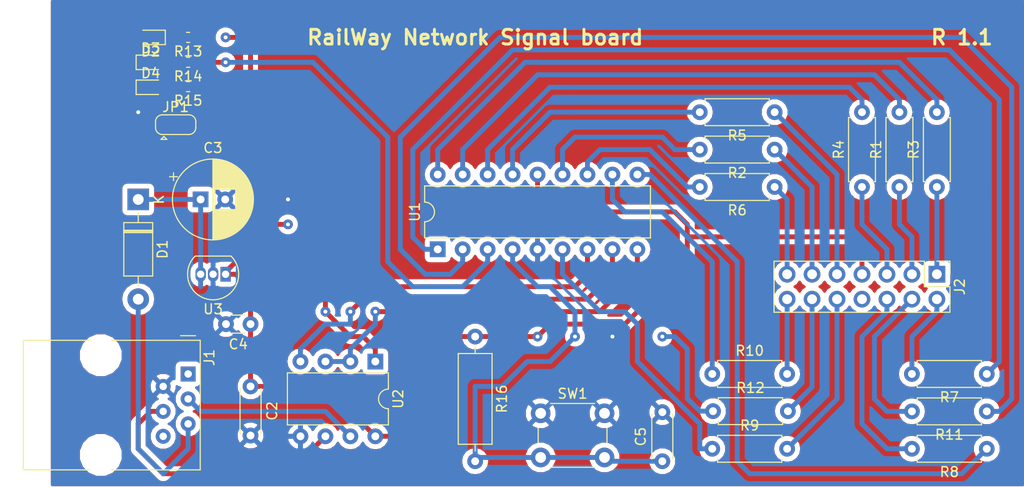
<source format=kicad_pcb>
(kicad_pcb (version 20171130) (host pcbnew 5.0.1-33cea8e~67~ubuntu18.04.1)
  (layers (0 F.Cu signal) (31 B.Cu signal) (34 B.Paste user) (35 F.Paste user) (36 B.SilkS user) (37 F.SilkS user) (38 B.Mask user) (39 F.Mask user) (44 Edge.Cuts user))
  (net 0 "")
  (net 1 VCC)
  (net 2 GND)
  (net 3 +12V)
  (net 4 "Net-(D1-Pad2)")
  (net 5 "Net-(J1-Pad6)")
  (net 6 /RS485Block/A)
  (net 7 /RS485Block/B)
  (net 8 "Net-(J1-Pad1)")
  (net 9 /RS485Block/RX)
  (net 10 /RS485Block/TX)
  (net 11 /RS485Block/RWRS)
  (net 12 /rwnResetBlock/RESET)
  (net 13 "Net-(D2-Pad1)")
  (net 14 "Net-(D3-Pad2)")
  (net 15 "Net-(D4-Pad2)")
  (net 16 "Net-(J2-Pad1)")
  (net 17 "Net-(J2-Pad2)")
  (net 18 "Net-(J2-Pad3)")
  (net 19 "Net-(J2-Pad4)")
  (net 20 "Net-(J2-Pad5)")
  (net 21 "Net-(J2-Pad6)")
  (net 22 "Net-(J2-Pad8)")
  (net 23 "Net-(J2-Pad9)")
  (net 24 "Net-(J2-Pad10)")
  (net 25 "Net-(J2-Pad11)")
  (net 26 "Net-(J2-Pad12)")
  (net 27 "Net-(J2-Pad13)")
  (net 28 "Net-(J2-Pad14)")
  (net 29 /rwnSLIBlock/STATUS0)
  (net 30 "Net-(JP1-Pad2)")
  (net 31 /OE)
  (net 32 /ID1)
  (net 33 /RR)
  (net 34 /VL)
  (net 35 /MA)
  (net 36 /ID2)
  (net 37 /R)
  (net 38 /S)
  (net 39 /C-CV)
  (net 40 /ID3)
  (net 41 /AV)
  (net 42 /Opt)
  (module Capacitor_THT:C_Disc_D4.3mm_W1.9mm_P5.00mm (layer F.Cu) (at 124.46 119.38 270)
    (fp_text reference C2 (at 2.5 -2.2 270) (layer F.SilkS))
    (fp_text value 100nF)
    (pad 1 thru_hole circle (at 0 0 270) (size 1.6 1.6) (drill 0.8) (layers *.Cu *.Mask) (net 1 VCC))
    (pad 2 thru_hole circle (at 5 0 270) (size 1.6 1.6) (drill 0.8) (layers *.Cu *.Mask) (net 2 GND))
  )
  (module Capacitor_THT:CP_Radial_D8.0mm_P2.50mm (layer F.Cu) (at 119.38 100.33)
    (fp_text reference C3 (at 1.25 -5.25) (layer F.SilkS))
    (fp_text value 10µF)
    (pad 1 thru_hole rect (at 0 0) (size 1.6 1.6) (drill 0.8) (layers *.Cu *.Mask) (net 3 +12V))
    (pad 2 thru_hole circle (at 2.5 0) (size 1.6 1.6) (drill 0.8) (layers *.Cu *.Mask) (net 2 GND))
  )
  (module Capacitor_THT:C_Disc_D3.0mm_W1.6mm_P2.50mm (layer F.Cu) (at 124.46 113.03 180)
    (fp_text reference C4 (at 1.25 -2.05 180) (layer F.SilkS))
    (fp_text value 1µf)
    (pad 1 thru_hole circle (at 0 0 180) (size 1.6 1.6) (drill 0.8) (layers *.Cu *.Mask) (net 1 VCC))
    (pad 2 thru_hole circle (at 2.5 0 180) (size 1.6 1.6) (drill 0.8) (layers *.Cu *.Mask) (net 2 GND))
  )
  (module Diode_THT:D_DO-41_SOD81_P10.16mm_Horizontal (layer F.Cu) (at 113.03 100.33 270)
    (fp_text reference D1 (at 5.08 -2.47 270) (layer F.SilkS))
    (fp_text value 1N4001)
    (fp_text user K (at 0 -2.1 270) (layer F.SilkS))
    (pad 1 thru_hole rect (at 0 0 270) (size 2.2 2.2) (drill 1.1) (layers *.Cu *.Mask) (net 3 +12V))
    (pad 2 thru_hole oval (at 10.16 0 270) (size 2.2 2.2) (drill 1.1) (layers *.Cu *.Mask) (net 4 "Net-(D1-Pad2)"))
  )
  (module Connector_RJ:RJ12_Amphenol_54601 (layer F.Cu) (at 118.11 118.11 270)
    (fp_text reference J1 (at -1.67 -2.16 270) (layer F.SilkS))
    (fp_text value RJ12)
    (pad "" np_thru_hole circle (at 8.25 8.89 270) (size 3.25 3.25) (drill 3.25) (layers *.Cu *.Mask))
    (pad 6 thru_hole circle (at 6.35 2.54 270) (size 1.52 1.52) (drill 0.76) (layers *.Cu *.Mask) (net 5 "Net-(J1-Pad6)"))
    (pad 5 thru_hole circle (at 5.08 0 270) (size 1.52 1.52) (drill 0.76) (layers *.Cu *.Mask) (net 4 "Net-(D1-Pad2)"))
    (pad 4 thru_hole circle (at 3.81 2.54 270) (size 1.52 1.52) (drill 0.76) (layers *.Cu *.Mask) (net 6 /RS485Block/A))
    (pad 3 thru_hole circle (at 2.54 0 270) (size 1.52 1.52) (drill 0.76) (layers *.Cu *.Mask) (net 7 /RS485Block/B))
    (pad 2 thru_hole circle (at 1.27 2.54 270) (size 1.52 1.52) (drill 0.76) (layers *.Cu *.Mask) (net 2 GND))
    (pad "" np_thru_hole circle (at -1.91 8.89 270) (size 3.25 3.25) (drill 3.25) (layers *.Cu *.Mask))
    (pad 1 thru_hole rect (at 0 0 270) (size 1.52 1.52) (drill 0.76) (layers *.Cu *.Mask) (net 8 "Net-(J1-Pad1)"))
  )
  (module Package_DIP:DIP-18_W7.62mm (layer F.Cu) (at 143.51 105.41 90)
    (fp_text reference U1 (at 3.81 -2.33 90) (layer F.SilkS))
    (fp_text value PIC16F628A-IP)
    (pad 1 thru_hole rect (at 0 0 90) (size 1.6 1.6) (drill 0.8) (layers *.Cu *.Mask) (net 37 /R))
    (pad 10 thru_hole oval (at 7.62 20.32 90) (size 1.6 1.6) (drill 0.8) (layers *.Cu *.Mask) (net 38 /S))
    (pad 2 thru_hole oval (at 0 2.54 90) (size 1.6 1.6) (drill 0.8) (layers *.Cu *.Mask) (net 41 /AV))
    (pad 11 thru_hole oval (at 7.62 17.78 90) (size 1.6 1.6) (drill 0.8) (layers *.Cu *.Mask) (net 40 /ID3))
    (pad 3 thru_hole oval (at 0 5.08 90) (size 1.6 1.6) (drill 0.8) (layers *.Cu *.Mask) (net 29 /rwnSLIBlock/STATUS0))
    (pad 12 thru_hole oval (at 7.62 15.24 90) (size 1.6 1.6) (drill 0.8) (layers *.Cu *.Mask) (net 36 /ID2))
    (pad 4 thru_hole oval (at 0 7.62 90) (size 1.6 1.6) (drill 0.8) (layers *.Cu *.Mask) (net 12 /rwnResetBlock/RESET))
    (pad 13 thru_hole oval (at 7.62 12.7 90) (size 1.6 1.6) (drill 0.8) (layers *.Cu *.Mask) (net 32 /ID1))
    (pad 5 thru_hole oval (at 0 10.16 90) (size 1.6 1.6) (drill 0.8) (layers *.Cu *.Mask) (net 2 GND))
    (pad 14 thru_hole oval (at 7.62 10.16 90) (size 1.6 1.6) (drill 0.8) (layers *.Cu *.Mask) (net 1 VCC))
    (pad 6 thru_hole oval (at 0 12.7 90) (size 1.6 1.6) (drill 0.8) (layers *.Cu *.Mask) (net 39 /C-CV))
    (pad 15 thru_hole oval (at 7.62 7.62 90) (size 1.6 1.6) (drill 0.8) (layers *.Cu *.Mask) (net 35 /MA))
    (pad 7 thru_hole oval (at 0 15.24 90) (size 1.6 1.6) (drill 0.8) (layers *.Cu *.Mask) (net 9 /RS485Block/RX))
    (pad 16 thru_hole oval (at 7.62 5.08 90) (size 1.6 1.6) (drill 0.8) (layers *.Cu *.Mask) (net 34 /VL))
    (pad 8 thru_hole oval (at 0 17.78 90) (size 1.6 1.6) (drill 0.8) (layers *.Cu *.Mask) (net 10 /RS485Block/TX))
    (pad 17 thru_hole oval (at 7.62 2.54 90) (size 1.6 1.6) (drill 0.8) (layers *.Cu *.Mask) (net 31 /OE))
    (pad 9 thru_hole oval (at 0 20.32 90) (size 1.6 1.6) (drill 0.8) (layers *.Cu *.Mask) (net 11 /RS485Block/RWRS))
    (pad 18 thru_hole oval (at 7.62 0 90) (size 1.6 1.6) (drill 0.8) (layers *.Cu *.Mask) (net 33 /RR))
  )
  (module Package_DIP:DIP-8_W7.62mm (layer F.Cu) (at 137.16 116.84 270)
    (fp_text reference U2 (at 3.81 -2.33 270) (layer F.SilkS))
    (fp_text value MAX3483)
    (pad 1 thru_hole rect (at 0 0 270) (size 1.6 1.6) (drill 0.8) (layers *.Cu *.Mask) (net 9 /RS485Block/RX))
    (pad 5 thru_hole oval (at 7.62 7.62 270) (size 1.6 1.6) (drill 0.8) (layers *.Cu *.Mask) (net 2 GND))
    (pad 2 thru_hole oval (at 0 2.54 270) (size 1.6 1.6) (drill 0.8) (layers *.Cu *.Mask) (net 11 /RS485Block/RWRS))
    (pad 6 thru_hole oval (at 7.62 5.08 270) (size 1.6 1.6) (drill 0.8) (layers *.Cu *.Mask) (net 6 /RS485Block/A))
    (pad 3 thru_hole oval (at 0 5.08 270) (size 1.6 1.6) (drill 0.8) (layers *.Cu *.Mask) (net 11 /RS485Block/RWRS))
    (pad 7 thru_hole oval (at 7.62 2.54 270) (size 1.6 1.6) (drill 0.8) (layers *.Cu *.Mask) (net 7 /RS485Block/B))
    (pad 4 thru_hole oval (at 0 7.62 270) (size 1.6 1.6) (drill 0.8) (layers *.Cu *.Mask) (net 10 /RS485Block/TX))
    (pad 8 thru_hole oval (at 7.62 0 270) (size 1.6 1.6) (drill 0.8) (layers *.Cu *.Mask) (net 1 VCC))
  )
  (module Package_TO_SOT_THT:TO-92_Inline (layer F.Cu) (at 121.92 107.95 180)
    (fp_text reference U3 (at 1.27 -3.56 180) (layer F.SilkS))
    (fp_text value LM78L05_TO92)
    (pad 2 thru_hole oval (at 1.27 0 180) (size 1.05 1.5) (drill 0.75) (layers *.Cu *.Mask) (net 2 GND))
    (pad 3 thru_hole oval (at 2.54 0 180) (size 1.05 1.5) (drill 0.75) (layers *.Cu *.Mask) (net 3 +12V))
    (pad 1 thru_hole rect (at 0 0 180) (size 1.05 1.5) (drill 0.75) (layers *.Cu *.Mask) (net 1 VCC))
  )
  (module Capacitor_THT:C_Disc_D4.3mm_W1.9mm_P5.00mm (layer F.Cu) (at 166.37 127 90)
    (fp_text reference C5 (at 2.5 -2.2 90) (layer F.SilkS))
    (fp_text value 100nF)
    (pad 1 thru_hole circle (at 0 0 90) (size 1.6 1.6) (drill 0.8) (layers *.Cu *.Mask) (net 12 /rwnResetBlock/RESET))
    (pad 2 thru_hole circle (at 5 0 90) (size 1.6 1.6) (drill 0.8) (layers *.Cu *.Mask) (net 2 GND))
  )
  (module LED_SMD:LED_0603_1608Metric (layer F.Cu) (at 114.3 83.82 180)
    (fp_text reference D2 (at 0 -1.43 180) (layer F.SilkS))
    (fp_text value "Green LED")
    (pad 1 smd roundrect (at -0.7875 0 180) (size 0.875 0.95) (layers F.Cu F.Paste F.Mask) (net 13 "Net-(D2-Pad1)"))
    (pad 2 smd roundrect (at 0.7875 0 180) (size 0.875 0.95) (layers F.Cu F.Paste F.Mask) (net 2 GND))
  )
  (module LED_SMD:LED_0603_1608Metric (layer F.Cu) (at 114.3 86.36)
    (fp_text reference D3 (at 0 -1.43) (layer F.SilkS))
    (fp_text value "Yellow LED")
    (pad 1 smd roundrect (at -0.7875 0) (size 0.875 0.95) (layers F.Cu F.Paste F.Mask) (net 2 GND))
    (pad 2 smd roundrect (at 0.7875 0) (size 0.875 0.95) (layers F.Cu F.Paste F.Mask) (net 14 "Net-(D3-Pad2)"))
  )
  (module LED_SMD:LED_0603_1608Metric (layer F.Cu) (at 114.3 88.9)
    (fp_text reference D4 (at 0 -1.43) (layer F.SilkS))
    (fp_text value "Red LED")
    (pad 2 smd roundrect (at 0.7875 0) (size 0.875 0.95) (layers F.Cu F.Paste F.Mask) (net 15 "Net-(D4-Pad2)"))
    (pad 1 smd roundrect (at -0.7875 0) (size 0.875 0.95) (layers F.Cu F.Paste F.Mask) (net 2 GND))
  )
  (module Connector_PinHeader_2.54mm:PinHeader_2x07_P2.54mm_Vertical (layer F.Cu) (at 194.31 107.95 270)
    (fp_text reference J2 (at 1.27 -2.33 270) (layer F.SilkS))
    (fp_text value Conn_02x07_Odd_Even)
    (pad 1 thru_hole rect (at 0 0 270) (size 1.7 1.7) (drill 1) (layers *.Cu *.Mask) (net 16 "Net-(J2-Pad1)"))
    (pad 2 thru_hole oval (at 2.54 0 270) (size 1.7 1.7) (drill 1) (layers *.Cu *.Mask) (net 17 "Net-(J2-Pad2)"))
    (pad 3 thru_hole oval (at 0 2.54 270) (size 1.7 1.7) (drill 1) (layers *.Cu *.Mask) (net 18 "Net-(J2-Pad3)"))
    (pad 4 thru_hole oval (at 2.54 2.54 270) (size 1.7 1.7) (drill 1) (layers *.Cu *.Mask) (net 19 "Net-(J2-Pad4)"))
    (pad 5 thru_hole oval (at 0 5.08 270) (size 1.7 1.7) (drill 1) (layers *.Cu *.Mask) (net 20 "Net-(J2-Pad5)"))
    (pad 6 thru_hole oval (at 2.54 5.08 270) (size 1.7 1.7) (drill 1) (layers *.Cu *.Mask) (net 21 "Net-(J2-Pad6)"))
    (pad 7 thru_hole oval (at 0 7.62 270) (size 1.7 1.7) (drill 1) (layers *.Cu *.Mask) (net 1 VCC))
    (pad 8 thru_hole oval (at 2.54 7.62 270) (size 1.7 1.7) (drill 1) (layers *.Cu *.Mask) (net 22 "Net-(J2-Pad8)"))
    (pad 9 thru_hole oval (at 0 10.16 270) (size 1.7 1.7) (drill 1) (layers *.Cu *.Mask) (net 23 "Net-(J2-Pad9)"))
    (pad 10 thru_hole oval (at 2.54 10.16 270) (size 1.7 1.7) (drill 1) (layers *.Cu *.Mask) (net 24 "Net-(J2-Pad10)"))
    (pad 11 thru_hole oval (at 0 12.7 270) (size 1.7 1.7) (drill 1) (layers *.Cu *.Mask) (net 25 "Net-(J2-Pad11)"))
    (pad 12 thru_hole oval (at 2.54 12.7 270) (size 1.7 1.7) (drill 1) (layers *.Cu *.Mask) (net 26 "Net-(J2-Pad12)"))
    (pad 13 thru_hole oval (at 0 15.24 270) (size 1.7 1.7) (drill 1) (layers *.Cu *.Mask) (net 27 "Net-(J2-Pad13)"))
    (pad 14 thru_hole oval (at 2.54 15.24 270) (size 1.7 1.7) (drill 1) (layers *.Cu *.Mask) (net 28 "Net-(J2-Pad14)"))
  )
  (module Jumper:SolderJumper-3_P1.3mm_Bridged12_RoundedPad1.0x1.5mm (layer F.Cu) (at 116.84 92.71)
    (fp_text reference JP1 (at 0 -1.8) (layer F.SilkS))
    (fp_text value SolderJumper_3_Open)
    (pad 1 smd custom (at -1.3 0) (size 1 0.5) (layers F.Cu F.Mask) (net 2 GND) (options (clearance outline) (anchor rect)) (primitives (gr_circle (center 0 0.25) (end 0.5 0.25) (width 0)) (gr_circle (center 0 -0.25) (end 0.5 -0.25) (width 0)) (gr_poly (pts (xy 0.55 -0.75) (xy 0 -0.75) (xy 0 0.75) (xy 0.55 0.75)) (width 0)) (gr_poly (pts (xy 0.4 -0.3) (xy 0.9 -0.3) (xy 0.9 0.3) (xy 0.4 0.3)) (width 0))))
    (pad 3 smd custom (at 1.3 0) (size 1 0.5) (layers F.Cu F.Mask) (net 29 /rwnSLIBlock/STATUS0) (options (clearance outline) (anchor rect)) (primitives (gr_circle (center 0 0.25) (end 0.5 0.25) (width 0)) (gr_circle (center 0 -0.25) (end 0.5 -0.25) (width 0)) (gr_poly (pts (xy -0.55 -0.75) (xy 0 -0.75) (xy 0 0.75) (xy -0.55 0.75)) (width 0))))
    (pad 2 smd rect (at 0 0) (size 1 1.5) (layers F.Cu F.Mask) (net 30 "Net-(JP1-Pad2)"))
  )
  (module Resistor_THT:R_Axial_DIN0207_L6.3mm_D2.5mm_P7.62mm_Horizontal (layer F.Cu) (at 190.5 99.06 90)
    (fp_text reference R1 (at 3.81 -2.37 90) (layer F.SilkS))
    (fp_text value R)
    (pad 2 thru_hole oval (at 7.62 0 90) (size 1.6 1.6) (drill 0.8) (layers *.Cu *.Mask) (net 31 /OE))
    (pad 1 thru_hole circle (at 0 0 90) (size 1.6 1.6) (drill 0.8) (layers *.Cu *.Mask) (net 18 "Net-(J2-Pad3)"))
  )
  (module Resistor_THT:R_Axial_DIN0207_L6.3mm_D2.5mm_P7.62mm_Horizontal (layer F.Cu) (at 177.8 95.25 180)
    (fp_text reference R2 (at 3.81 -2.37 180) (layer F.SilkS))
    (fp_text value R)
    (pad 1 thru_hole circle (at 0 0 180) (size 1.6 1.6) (drill 0.8) (layers *.Cu *.Mask) (net 25 "Net-(J2-Pad11)"))
    (pad 2 thru_hole oval (at 7.62 0 180) (size 1.6 1.6) (drill 0.8) (layers *.Cu *.Mask) (net 32 /ID1))
  )
  (module Resistor_THT:R_Axial_DIN0207_L6.3mm_D2.5mm_P7.62mm_Horizontal (layer F.Cu) (at 194.31 99.06 90)
    (fp_text reference R3 (at 3.81 -2.37 90) (layer F.SilkS))
    (fp_text value R)
    (pad 1 thru_hole circle (at 0 0 90) (size 1.6 1.6) (drill 0.8) (layers *.Cu *.Mask) (net 16 "Net-(J2-Pad1)"))
    (pad 2 thru_hole oval (at 7.62 0 90) (size 1.6 1.6) (drill 0.8) (layers *.Cu *.Mask) (net 33 /RR))
  )
  (module Resistor_THT:R_Axial_DIN0207_L6.3mm_D2.5mm_P7.62mm_Horizontal (layer F.Cu) (at 186.69 99.06 90)
    (fp_text reference R4 (at 3.81 -2.37 90) (layer F.SilkS))
    (fp_text value R)
    (pad 1 thru_hole circle (at 0 0 90) (size 1.6 1.6) (drill 0.8) (layers *.Cu *.Mask) (net 20 "Net-(J2-Pad5)"))
    (pad 2 thru_hole oval (at 7.62 0 90) (size 1.6 1.6) (drill 0.8) (layers *.Cu *.Mask) (net 34 /VL))
  )
  (module Resistor_THT:R_Axial_DIN0207_L6.3mm_D2.5mm_P7.62mm_Horizontal (layer F.Cu) (at 177.8 91.44 180)
    (fp_text reference R5 (at 3.81 -2.37 180) (layer F.SilkS))
    (fp_text value R)
    (pad 2 thru_hole oval (at 7.62 0 180) (size 1.6 1.6) (drill 0.8) (layers *.Cu *.Mask) (net 35 /MA))
    (pad 1 thru_hole circle (at 0 0 180) (size 1.6 1.6) (drill 0.8) (layers *.Cu *.Mask) (net 23 "Net-(J2-Pad9)"))
  )
  (module Resistor_THT:R_Axial_DIN0207_L6.3mm_D2.5mm_P7.62mm_Horizontal (layer F.Cu) (at 177.8 99.06 180)
    (fp_text reference R6 (at 3.81 -2.37 180) (layer F.SilkS))
    (fp_text value R)
    (pad 2 thru_hole oval (at 7.62 0 180) (size 1.6 1.6) (drill 0.8) (layers *.Cu *.Mask) (net 36 /ID2))
    (pad 1 thru_hole circle (at 0 0 180) (size 1.6 1.6) (drill 0.8) (layers *.Cu *.Mask) (net 27 "Net-(J2-Pad13)"))
  )
  (module Resistor_THT:R_Axial_DIN0207_L6.3mm_D2.5mm_P7.62mm_Horizontal (layer F.Cu) (at 199.39 118.11 180)
    (fp_text reference R7 (at 3.81 -2.37 180) (layer F.SilkS))
    (fp_text value R)
    (pad 1 thru_hole circle (at 0 0 180) (size 1.6 1.6) (drill 0.8) (layers *.Cu *.Mask) (net 37 /R))
    (pad 2 thru_hole oval (at 7.62 0 180) (size 1.6 1.6) (drill 0.8) (layers *.Cu *.Mask) (net 17 "Net-(J2-Pad2)"))
  )
  (module Resistor_THT:R_Axial_DIN0207_L6.3mm_D2.5mm_P7.62mm_Horizontal (layer F.Cu) (at 199.39 125.73 180)
    (fp_text reference R8 (at 3.81 -2.37 180) (layer F.SilkS))
    (fp_text value R)
    (pad 1 thru_hole circle (at 0 0 180) (size 1.6 1.6) (drill 0.8) (layers *.Cu *.Mask) (net 38 /S))
    (pad 2 thru_hole oval (at 7.62 0 180) (size 1.6 1.6) (drill 0.8) (layers *.Cu *.Mask) (net 21 "Net-(J2-Pad6)"))
  )
  (module Resistor_THT:R_Axial_DIN0207_L6.3mm_D2.5mm_P7.62mm_Horizontal (layer F.Cu) (at 171.45 125.73)
    (fp_text reference R9 (at 3.81 -2.37) (layer F.SilkS))
    (fp_text value R)
    (pad 2 thru_hole oval (at 7.62 0) (size 1.6 1.6) (drill 0.8) (layers *.Cu *.Mask) (net 24 "Net-(J2-Pad10)"))
    (pad 1 thru_hole circle (at 0 0) (size 1.6 1.6) (drill 0.8) (layers *.Cu *.Mask) (net 39 /C-CV))
  )
  (module Resistor_THT:R_Axial_DIN0207_L6.3mm_D2.5mm_P7.62mm_Horizontal (layer F.Cu) (at 171.45 118.11)
    (fp_text reference R10 (at 3.81 -2.37) (layer F.SilkS))
    (fp_text value R)
    (pad 1 thru_hole circle (at 0 0) (size 1.6 1.6) (drill 0.8) (layers *.Cu *.Mask) (net 40 /ID3))
    (pad 2 thru_hole oval (at 7.62 0) (size 1.6 1.6) (drill 0.8) (layers *.Cu *.Mask) (net 28 "Net-(J2-Pad14)"))
  )
  (module Resistor_THT:R_Axial_DIN0207_L6.3mm_D2.5mm_P7.62mm_Horizontal (layer F.Cu) (at 199.39 121.92 180)
    (fp_text reference R11 (at 3.81 -2.37 180) (layer F.SilkS))
    (fp_text value R)
    (pad 2 thru_hole oval (at 7.62 0 180) (size 1.6 1.6) (drill 0.8) (layers *.Cu *.Mask) (net 19 "Net-(J2-Pad4)"))
    (pad 1 thru_hole circle (at 0 0 180) (size 1.6 1.6) (drill 0.8) (layers *.Cu *.Mask) (net 41 /AV))
  )
  (module Resistor_THT:R_Axial_DIN0207_L6.3mm_D2.5mm_P7.62mm_Horizontal (layer F.Cu) (at 171.527904 121.897146)
    (fp_text reference R12 (at 3.81 -2.37) (layer F.SilkS))
    (fp_text value R)
    (pad 2 thru_hole oval (at 7.62 0) (size 1.6 1.6) (drill 0.8) (layers *.Cu *.Mask) (net 26 "Net-(J2-Pad12)"))
    (pad 1 thru_hole circle (at 0 0) (size 1.6 1.6) (drill 0.8) (layers *.Cu *.Mask) (net 42 /Opt))
  )
  (module Resistor_SMD:R_0603_1608Metric (layer F.Cu) (at 118.11 83.82 180)
    (fp_text reference R13 (at 0 -1.43 180) (layer F.SilkS))
    (fp_text value 103)
    (pad 2 smd roundrect (at 0.7875 0 180) (size 0.875 0.95) (layers F.Cu F.Paste F.Mask) (net 13 "Net-(D2-Pad1)"))
    (pad 1 smd roundrect (at -0.7875 0 180) (size 0.875 0.95) (layers F.Cu F.Paste F.Mask) (net 30 "Net-(JP1-Pad2)"))
  )
  (module Resistor_SMD:R_0603_1608Metric (layer F.Cu) (at 118.11 86.36 180)
    (fp_text reference R14 (at 0 -1.43 180) (layer F.SilkS))
    (fp_text value 103)
    (pad 1 smd roundrect (at -0.7875 0 180) (size 0.875 0.95) (layers F.Cu F.Paste F.Mask) (net 29 /rwnSLIBlock/STATUS0))
    (pad 2 smd roundrect (at 0.7875 0 180) (size 0.875 0.95) (layers F.Cu F.Paste F.Mask) (net 14 "Net-(D3-Pad2)"))
  )
  (module Resistor_SMD:R_0603_1608Metric (layer F.Cu) (at 118.11 88.835001 180)
    (fp_text reference R15 (at 0 -1.43 180) (layer F.SilkS))
    (fp_text value 103)
    (pad 1 smd roundrect (at -0.7875 0 180) (size 0.875 0.95) (layers F.Cu F.Paste F.Mask) (net 29 /rwnSLIBlock/STATUS0))
    (pad 2 smd roundrect (at 0.7875 0 180) (size 0.875 0.95) (layers F.Cu F.Paste F.Mask) (net 15 "Net-(D4-Pad2)"))
  )
  (module Resistor_THT:R_Axial_DIN0309_L9.0mm_D3.2mm_P12.70mm_Horizontal (layer F.Cu) (at 147.32 114.3 270)
    (fp_text reference R16 (at 6.35 -2.72 270) (layer F.SilkS))
    (fp_text value 10k)
    (pad 1 thru_hole circle (at 0 0 270) (size 1.6 1.6) (drill 0.8) (layers *.Cu *.Mask) (net 1 VCC))
    (pad 2 thru_hole oval (at 12.7 0 270) (size 1.6 1.6) (drill 0.8) (layers *.Cu *.Mask) (net 12 /rwnResetBlock/RESET))
  )
  (module Button_Switch_THT:SW_PUSH_6mm (layer F.Cu) (at 153.985001 122.115001)
    (fp_text reference SW1 (at 3.25 -2) (layer F.SilkS))
    (fp_text value SW_Push)
    (pad 2 thru_hole circle (at 0 4.5 90) (size 2 2) (drill 1.1) (layers *.Cu *.Mask) (net 12 /rwnResetBlock/RESET))
    (pad 1 thru_hole circle (at 0 0 90) (size 2 2) (drill 1.1) (layers *.Cu *.Mask) (net 2 GND))
    (pad 2 thru_hole circle (at 6.5 4.5 90) (size 2 2) (drill 1.1) (layers *.Cu *.Mask) (net 12 /rwnResetBlock/RESET))
    (pad 1 thru_hole circle (at 6.5 0 90) (size 2 2) (drill 1.1) (layers *.Cu *.Mask) (net 2 GND))
  )
  (gr_text "R 1.1" (at 196.85 83.82) (layer F.SilkS) (effects (font (size 1.5 1.5) (thickness 0.3))))
  (gr_text "RailWay Network Signal board" (at 147.32 83.82) (layer F.SilkS) (effects (font (size 1.5 1.5) (thickness 0.3))))
  (via (at 153.67 114.3) (size 1) (drill 0.4) (layers F.Cu B.Cu) (net 1))
  (via (at 121.92 83.82) (size 1) (drill 0.4) (layers F.Cu B.Cu) (net 1))
  (via (at 128.27 102.87) (size 1) (drill 0.4) (layers F.Cu B.Cu) (net 1))
  (segment (start 132.08 119.38) (end 124.46 119.38) (width 0.5) (layer F.Cu) (net 1))
  (segment (start 137.16 124.46) (end 132.08 119.38) (width 0.5) (layer F.Cu) (net 1))
  (segment (start 124.46 119.38) (end 124.46 113.03) (width 0.5) (layer F.Cu) (net 1))
  (segment (start 124.46 113.03) (end 124.46 109.465) (width 0.5) (layer F.Cu) (net 1))
  (segment (start 122.945 107.95) (end 121.92 107.95) (width 0.5) (layer F.Cu) (net 1))
  (segment (start 124.46 109.465) (end 122.945 107.95) (width 0.5) (layer F.Cu) (net 1))
  (segment (start 121.92 107.725) (end 121.92 107.95) (width 0.5) (layer F.Cu) (net 1))
  (segment (start 126.775 102.87) (end 121.92 107.725) (width 0.5) (layer F.Cu) (net 1))
  (segment (start 128.27 102.87) (end 126.775 102.87) (width 0.5) (layer F.Cu) (net 1))
  (segment (start 153.67 114.3) (end 147.32 114.3) (width 0.5) (layer F.Cu) (net 1))
  (segment (start 126.775 102.87) (end 126.775 101.375) (width 0.5) (layer F.Cu) (net 1))
  (segment (start 126.775 101.375) (end 124.46 99.06) (width 0.5) (layer F.Cu) (net 1))
  (segment (start 124.46 99.06) (end 124.46 85.09) (width 0.5) (layer F.Cu) (net 1))
  (segment (start 124.46 85.09) (end 123.19 83.82) (width 0.5) (layer F.Cu) (net 1))
  (segment (start 123.19 83.82) (end 121.92 83.82) (width 0.5) (layer F.Cu) (net 1))
  (segment (start 137.16 124.46) (end 139.7 124.46) (width 0.5) (layer F.Cu) (net 1))
  (segment (start 139.7 124.46) (end 140.97 123.19) (width 0.5) (layer F.Cu) (net 1))
  (segment (start 140.97 123.19) (end 140.97 116.84) (width 0.5) (layer F.Cu) (net 1))
  (segment (start 140.97 116.84) (end 143.51 114.3) (width 0.5) (layer F.Cu) (net 1))
  (segment (start 143.51 114.3) (end 147.32 114.3) (width 0.5) (layer F.Cu) (net 1))
  (segment (start 153.67 100.33) (end 153.67 97.79) (width 0.5) (layer F.Cu) (net 1))
  (segment (start 154.94 101.6) (end 153.67 100.33) (width 0.5) (layer F.Cu) (net 1))
  (segment (start 154.94 113.03) (end 162.56 113.03) (width 0.5) (layer F.Cu) (net 1))
  (segment (start 162.56 113.03) (end 168.91 106.68) (width 0.5) (layer F.Cu) (net 1))
  (segment (start 153.67 114.3) (end 154.94 113.03) (width 0.5) (layer F.Cu) (net 1))
  (segment (start 167.64 101.6) (end 154.94 101.6) (width 0.5) (layer F.Cu) (net 1))
  (segment (start 168.91 102.87) (end 167.64 101.6) (width 0.5) (layer F.Cu) (net 1))
  (segment (start 186.69 107.95) (end 186.69 105.41) (width 0.5) (layer F.Cu) (net 1))
  (segment (start 186.69 105.41) (end 185.42 104.14) (width 0.5) (layer F.Cu) (net 1))
  (segment (start 185.42 104.14) (end 168.91 104.14) (width 0.5) (layer F.Cu) (net 1))
  (segment (start 168.91 106.68) (end 168.91 104.14) (width 0.5) (layer F.Cu) (net 1))
  (segment (start 168.91 104.14) (end 168.91 102.87) (width 0.5) (layer F.Cu) (net 1))
  (via (at 161.29 114.3) (size 1) (drill 0.4) (layers F.Cu B.Cu) (net 2))
  (via (at 113.03 91.44) (size 1) (drill 0.4) (layers F.Cu B.Cu) (net 2))
  (via (at 128.27 100.33) (size 1) (drill 0.4) (layers F.Cu B.Cu) (net 2))
  (segment (start 121.92 105.43) (end 121.88 105.39) (width 0.5) (layer B.Cu) (net 2))
  (segment (start 114.3 92.71) (end 113.03 91.44) (width 0.5) (layer F.Cu) (net 2))
  (segment (start 115.54 92.71) (end 114.3 92.71) (width 0.5) (layer F.Cu) (net 2))
  (segment (start 113.03 89.3825) (end 113.5125 88.9) (width 0.5) (layer F.Cu) (net 2))
  (segment (start 113.03 91.44) (end 113.03 89.3825) (width 0.5) (layer F.Cu) (net 2))
  (segment (start 113.5125 83.82) (end 113.5125 86.36) (width 0.5) (layer F.Cu) (net 2))
  (segment (start 118.08 100.33) (end 113.03 100.33) (width 0.5) (layer B.Cu) (net 3))
  (segment (start 119.38 100.33) (end 118.08 100.33) (width 0.5) (layer B.Cu) (net 3))
  (segment (start 119.38 100.33) (end 119.38 109.22) (width 0.5) (layer B.Cu) (net 3))
  (segment (start 118.11 123.19) (end 118.11 125.73) (width 0.5) (layer B.Cu) (net 4))
  (segment (start 118.11 125.73) (end 115.57 128.27) (width 0.5) (layer B.Cu) (net 4))
  (segment (start 115.57 128.27) (end 113.03 125.73) (width 0.5) (layer B.Cu) (net 4))
  (segment (start 113.03 125.73) (end 113.03 110.49) (width 0.5) (layer B.Cu) (net 4))
  (segment (start 128.27 128.27) (end 132.08 124.46) (width 0.5) (layer F.Cu) (net 6))
  (segment (start 115.57 128.27) (end 128.27 128.27) (width 0.5) (layer F.Cu) (net 6))
  (segment (start 113.03 125.73) (end 115.57 128.27) (width 0.5) (layer F.Cu) (net 6))
  (segment (start 113.03 123.19) (end 113.03 125.73) (width 0.5) (layer F.Cu) (net 6))
  (segment (start 115.57 121.92) (end 114.3 121.92) (width 0.5) (layer F.Cu) (net 6))
  (segment (start 114.3 121.92) (end 113.03 123.19) (width 0.5) (layer F.Cu) (net 6))
  (segment (start 119.38 121.92) (end 118.11 120.65) (width 0.5) (layer B.Cu) (net 7))
  (segment (start 134.62 124.46) (end 132.08 121.92) (width 0.5) (layer B.Cu) (net 7))
  (segment (start 132.08 121.92) (end 119.38 121.92) (width 0.5) (layer B.Cu) (net 7))
  (via (at 132.08 111.76) (size 1) (drill 0.4) (layers F.Cu B.Cu) (net 9))
  (segment (start 137.16 115.54) (end 135.92 114.3) (width 0.5) (layer F.Cu) (net 9))
  (segment (start 137.16 116.84) (end 137.16 115.54) (width 0.5) (layer F.Cu) (net 9))
  (segment (start 134.62 114.3) (end 132.08 111.76) (width 0.5) (layer F.Cu) (net 9))
  (segment (start 135.92 114.3) (end 134.62 114.3) (width 0.5) (layer F.Cu) (net 9))
  (segment (start 158.75 105.41) (end 158.75 107.95) (width 0.5) (layer F.Cu) (net 9))
  (segment (start 158.75 107.95) (end 157.48 109.22) (width 0.5) (layer F.Cu) (net 9))
  (segment (start 157.48 109.22) (end 133.35 109.22) (width 0.5) (layer F.Cu) (net 9))
  (segment (start 133.35 109.22) (end 132.08 110.49) (width 0.5) (layer F.Cu) (net 9))
  (segment (start 132.08 110.49) (end 132.08 111.76) (width 0.5) (layer F.Cu) (net 9))
  (via (at 134.62 111.76) (size 1) (drill 0.4) (layers F.Cu B.Cu) (net 10))
  (segment (start 134.62 111.76) (end 134.62 113.03) (width 0.5) (layer B.Cu) (net 10))
  (segment (start 134.62 113.03) (end 132.08 113.03) (width 0.5) (layer B.Cu) (net 10))
  (segment (start 129.54 115.57) (end 129.54 116.84) (width 0.5) (layer B.Cu) (net 10))
  (segment (start 132.08 113.03) (end 129.54 115.57) (width 0.5) (layer B.Cu) (net 10))
  (segment (start 158.75 110.49) (end 161.29 107.95) (width 0.5) (layer F.Cu) (net 10))
  (segment (start 161.29 107.95) (end 161.29 105.41) (width 0.5) (layer F.Cu) (net 10))
  (segment (start 134.62 111.76) (end 135.89 110.49) (width 0.5) (layer F.Cu) (net 10))
  (segment (start 135.89 110.49) (end 158.75 110.49) (width 0.5) (layer F.Cu) (net 10))
  (via (at 137.16 111.76) (size 1) (drill 0.4) (layers F.Cu B.Cu) (net 11))
  (segment (start 132.08 116.84) (end 134.62 116.84) (width 0.5) (layer B.Cu) (net 11))
  (segment (start 137.16 111.76) (end 137.16 113.03) (width 0.5) (layer B.Cu) (net 11))
  (segment (start 134.62 115.57) (end 134.62 116.84) (width 0.5) (layer B.Cu) (net 11))
  (segment (start 137.16 113.03) (end 134.62 115.57) (width 0.5) (layer B.Cu) (net 11))
  (segment (start 163.83 105.41) (end 163.83 107.95) (width 0.5) (layer F.Cu) (net 11))
  (segment (start 160.02 111.76) (end 137.16 111.76) (width 0.5) (layer F.Cu) (net 11))
  (segment (start 163.83 107.95) (end 160.02 111.76) (width 0.5) (layer F.Cu) (net 11))
  (via (at 157.48 114.3) (size 1) (drill 0.4) (layers F.Cu B.Cu) (net 12))
  (segment (start 160.87 127) (end 160.485001 126.615001) (width 0.5) (layer B.Cu) (net 12))
  (segment (start 166.37 127) (end 160.87 127) (width 0.5) (layer B.Cu) (net 12))
  (segment (start 159.070788 126.615001) (end 153.985001 126.615001) (width 0.5) (layer B.Cu) (net 12))
  (segment (start 160.485001 126.615001) (end 159.070788 126.615001) (width 0.5) (layer B.Cu) (net 12))
  (segment (start 147.704999 126.615001) (end 147.32 127) (width 0.5) (layer B.Cu) (net 12))
  (segment (start 153.985001 126.615001) (end 147.704999 126.615001) (width 0.5) (layer B.Cu) (net 12))
  (segment (start 147.32 127) (end 147.32 119.38) (width 0.5) (layer B.Cu) (net 12))
  (segment (start 150.070002 119.38) (end 152.610002 116.84) (width 0.5) (layer B.Cu) (net 12))
  (segment (start 147.32 119.38) (end 150.070002 119.38) (width 0.5) (layer B.Cu) (net 12))
  (segment (start 154.94 116.84) (end 157.48 114.3) (width 0.5) (layer B.Cu) (net 12))
  (segment (start 152.610002 116.84) (end 154.94 116.84) (width 0.5) (layer B.Cu) (net 12))
  (segment (start 157.48 114.3) (end 157.48 111.76) (width 0.5) (layer B.Cu) (net 12))
  (segment (start 157.48 111.76) (end 154.94 109.22) (width 0.5) (layer B.Cu) (net 12))
  (segment (start 154.94 109.22) (end 153.67 109.22) (width 0.5) (layer B.Cu) (net 12))
  (segment (start 151.13 106.68) (end 151.13 105.41) (width 0.5) (layer B.Cu) (net 12))
  (segment (start 153.67 109.22) (end 151.13 106.68) (width 0.5) (layer B.Cu) (net 12))
  (segment (start 117.3225 83.82) (end 115.0875 83.82) (width 0.5) (layer F.Cu) (net 13))
  (segment (start 117.3225 86.36) (end 115.57 86.36) (width 0.5) (layer F.Cu) (net 14))
  (segment (start 115.0875 86.36) (end 115.57 86.36) (width 0.5) (layer F.Cu) (net 14))
  (segment (start 117.3225 88.835001) (end 115.634999 88.835001) (width 0.5) (layer F.Cu) (net 15))
  (segment (start 115.625 88.9) (end 115.0875 88.9) (width 0.5) (layer F.Cu) (net 15))
  (segment (start 115.634999 88.890001) (end 115.625 88.9) (width 0.5) (layer F.Cu) (net 15))
  (segment (start 115.634999 88.835001) (end 115.634999 88.890001) (width 0.5) (layer F.Cu) (net 15))
  (segment (start 194.31 107.95) (end 194.31 99.06) (width 0.5) (layer B.Cu) (net 16))
  (segment (start 194.31 110.49) (end 194.31 111.76) (width 0.5) (layer B.Cu) (net 17))
  (segment (start 191.77 114.3) (end 191.77 118.11) (width 0.5) (layer B.Cu) (net 17))
  (segment (start 194.31 111.76) (end 191.77 114.3) (width 0.5) (layer B.Cu) (net 17))
  (segment (start 191.77 107.95) (end 191.77 104.14) (width 0.5) (layer B.Cu) (net 18))
  (segment (start 191.77 104.14) (end 190.5 102.87) (width 0.5) (layer B.Cu) (net 18))
  (segment (start 190.5 102.87) (end 190.5 99.06) (width 0.5) (layer B.Cu) (net 18))
  (segment (start 191.77 110.49) (end 187.96 114.3) (width 0.5) (layer B.Cu) (net 19))
  (segment (start 187.96 114.3) (end 187.96 120.65) (width 0.5) (layer B.Cu) (net 19))
  (segment (start 187.96 120.65) (end 189.23 121.92) (width 0.5) (layer B.Cu) (net 19))
  (segment (start 189.23 121.92) (end 191.77 121.92) (width 0.5) (layer B.Cu) (net 19))
  (segment (start 189.23 107.95) (end 189.23 105.41) (width 0.5) (layer B.Cu) (net 20))
  (segment (start 189.23 105.41) (end 186.69 102.87) (width 0.5) (layer B.Cu) (net 20))
  (segment (start 186.69 102.87) (end 186.69 99.06) (width 0.5) (layer B.Cu) (net 20))
  (segment (start 189.23 111.76) (end 189.23 110.49) (width 0.5) (layer B.Cu) (net 21))
  (segment (start 186.69 114.3) (end 189.23 111.76) (width 0.5) (layer B.Cu) (net 21))
  (segment (start 186.69 123.19) (end 186.69 114.3) (width 0.5) (layer B.Cu) (net 21))
  (segment (start 189.23 125.73) (end 186.69 123.19) (width 0.5) (layer B.Cu) (net 21))
  (segment (start 189.23 125.73) (end 191.77 125.73) (width 0.5) (layer B.Cu) (net 21))
  (segment (start 184.15 97.79) (end 177.8 91.44) (width 0.5) (layer B.Cu) (net 23))
  (segment (start 184.15 107.95) (end 184.15 97.79) (width 0.5) (layer B.Cu) (net 23))
  (segment (start 184.15 120.65) (end 179.07 125.73) (width 0.5) (layer B.Cu) (net 24))
  (segment (start 184.15 110.49) (end 184.15 120.65) (width 0.5) (layer B.Cu) (net 24))
  (segment (start 181.61 107.95) (end 181.61 99.06) (width 0.5) (layer B.Cu) (net 25))
  (segment (start 181.61 99.06) (end 177.8 95.25) (width 0.5) (layer B.Cu) (net 25))
  (segment (start 181.61 119.43505) (end 179.147904 121.897146) (width 0.5) (layer B.Cu) (net 26))
  (segment (start 181.61 110.49) (end 181.61 119.43505) (width 0.5) (layer B.Cu) (net 26))
  (segment (start 179.07 100.33) (end 177.8 99.06) (width 0.5) (layer B.Cu) (net 27))
  (segment (start 179.07 107.95) (end 179.07 100.33) (width 0.5) (layer B.Cu) (net 27))
  (segment (start 179.07 110.49) (end 179.07 118.11) (width 0.5) (layer B.Cu) (net 28))
  (via (at 121.92 86.36) (size 1) (drill 0.4) (layers F.Cu B.Cu) (net 29))
  (segment (start 121.92 86.36) (end 118.8975 86.36) (width 0.5) (layer F.Cu) (net 29))
  (segment (start 118.8975 86.36) (end 118.8975 88.835001) (width 0.5) (layer F.Cu) (net 29))
  (segment (start 118.8975 91.9525) (end 118.14 92.71) (width 0.5) (layer F.Cu) (net 29))
  (segment (start 118.8975 88.835001) (end 118.8975 91.9525) (width 0.5) (layer F.Cu) (net 29))
  (segment (start 148.59 105.41) (end 148.59 106.68) (width 0.5) (layer B.Cu) (net 29))
  (segment (start 148.59 106.68) (end 146.05 109.22) (width 0.5) (layer B.Cu) (net 29))
  (segment (start 146.05 109.22) (end 140.97 109.22) (width 0.5) (layer B.Cu) (net 29))
  (segment (start 140.97 109.22) (end 138.43 106.68) (width 0.5) (layer B.Cu) (net 29))
  (segment (start 138.43 106.68) (end 138.43 93.98) (width 0.5) (layer B.Cu) (net 29))
  (segment (start 138.43 93.98) (end 130.81 86.36) (width 0.5) (layer B.Cu) (net 29))
  (segment (start 130.81 86.36) (end 121.92 86.36) (width 0.5) (layer B.Cu) (net 29))
  (segment (start 118.8975 83.82) (end 118.8975 82.0675) (width 0.5) (layer F.Cu) (net 30))
  (segment (start 118.8975 82.0675) (end 118.11 81.28) (width 0.5) (layer F.Cu) (net 30))
  (segment (start 118.11 81.28) (end 113.03 81.28) (width 0.5) (layer F.Cu) (net 30))
  (segment (start 113.03 81.28) (end 110.49 83.82) (width 0.5) (layer F.Cu) (net 30))
  (segment (start 110.49 83.82) (end 110.49 93.98) (width 0.5) (layer F.Cu) (net 30))
  (segment (start 110.49 93.98) (end 111.76 95.25) (width 0.5) (layer F.Cu) (net 30))
  (segment (start 116.94001 93.317112) (end 116.94001 92.71) (width 0.5) (layer F.Cu) (net 30))
  (segment (start 115.007122 95.25) (end 116.94001 93.317112) (width 0.5) (layer F.Cu) (net 30))
  (segment (start 111.76 95.25) (end 115.007122 95.25) (width 0.5) (layer F.Cu) (net 30))
  (segment (start 190.5 90.17) (end 190.5 91.44) (width 0.5) (layer B.Cu) (net 31))
  (segment (start 187.96 87.63) (end 190.5 90.17) (width 0.5) (layer B.Cu) (net 31))
  (segment (start 146.05 97.79) (end 146.05 95.25) (width 0.5) (layer B.Cu) (net 31))
  (segment (start 146.05 95.25) (end 153.67 87.63) (width 0.5) (layer B.Cu) (net 31))
  (segment (start 187.96 87.63) (end 153.67 87.63) (width 0.5) (layer B.Cu) (net 31))
  (segment (start 156.21 95.25) (end 156.21 97.79) (width 0.5) (layer B.Cu) (net 32))
  (segment (start 166.37 93.98) (end 157.48 93.98) (width 0.5) (layer B.Cu) (net 32))
  (segment (start 157.48 93.98) (end 156.21 95.25) (width 0.5) (layer B.Cu) (net 32))
  (segment (start 170.18 95.25) (end 167.64 95.25) (width 0.5) (layer B.Cu) (net 32))
  (segment (start 167.64 95.25) (end 166.37 93.98) (width 0.5) (layer B.Cu) (net 32))
  (segment (start 194.31 91.44) (end 194.31 90.17) (width 0.5) (layer B.Cu) (net 33))
  (segment (start 194.31 90.17) (end 190.5 86.36) (width 0.5) (layer B.Cu) (net 33))
  (segment (start 190.5 86.36) (end 176.53 86.36) (width 0.5) (layer B.Cu) (net 33))
  (segment (start 176.53 86.36) (end 152.4 86.36) (width 0.5) (layer B.Cu) (net 33))
  (segment (start 143.51 97.79) (end 143.51 95.25) (width 0.5) (layer B.Cu) (net 33))
  (segment (start 143.51 95.25) (end 152.4 86.36) (width 0.5) (layer B.Cu) (net 33))
  (segment (start 186.69 91.44) (end 186.69 90.17) (width 0.5) (layer B.Cu) (net 34))
  (segment (start 186.69 90.17) (end 185.42 88.9) (width 0.5) (layer B.Cu) (net 34))
  (segment (start 185.42 88.9) (end 157.48 88.9) (width 0.5) (layer B.Cu) (net 34))
  (segment (start 148.59 97.79) (end 148.59 95.25) (width 0.5) (layer B.Cu) (net 34))
  (segment (start 148.59 95.25) (end 154.94 88.9) (width 0.5) (layer B.Cu) (net 34))
  (segment (start 154.94 88.9) (end 157.48 88.9) (width 0.5) (layer B.Cu) (net 34))
  (segment (start 170.18 91.44) (end 157.48 91.44) (width 0.5) (layer B.Cu) (net 35))
  (segment (start 151.13 97.79) (end 151.13 95.25) (width 0.5) (layer B.Cu) (net 35))
  (segment (start 151.13 95.25) (end 154.94 91.44) (width 0.5) (layer B.Cu) (net 35))
  (segment (start 154.94 91.44) (end 157.48 91.44) (width 0.5) (layer B.Cu) (net 35))
  (segment (start 170.18 99.06) (end 168.91 99.06) (width 0.5) (layer B.Cu) (net 36))
  (segment (start 168.91 99.06) (end 165.1 95.25) (width 0.5) (layer B.Cu) (net 36))
  (segment (start 165.1 95.25) (end 161.29 95.25) (width 0.5) (layer B.Cu) (net 36))
  (segment (start 158.75 97.79) (end 158.75 96.52) (width 0.5) (layer B.Cu) (net 36))
  (segment (start 158.75 96.52) (end 160.02 95.25) (width 0.5) (layer B.Cu) (net 36))
  (segment (start 160.02 95.25) (end 161.29 95.25) (width 0.5) (layer B.Cu) (net 36))
  (segment (start 140.97 104.17) (end 142.21 105.41) (width 0.5) (layer B.Cu) (net 37))
  (segment (start 199.39 118.11) (end 200.66 116.84) (width 0.5) (layer B.Cu) (net 37))
  (segment (start 142.21 105.41) (end 143.51 105.41) (width 0.5) (layer B.Cu) (net 37))
  (segment (start 195.58 85.09) (end 151.13 85.09) (width 0.5) (layer B.Cu) (net 37))
  (segment (start 200.66 116.84) (end 200.66 90.17) (width 0.5) (layer B.Cu) (net 37))
  (segment (start 140.97 95.25) (end 140.97 104.17) (width 0.5) (layer B.Cu) (net 37))
  (segment (start 200.66 90.17) (end 195.58 85.09) (width 0.5) (layer B.Cu) (net 37))
  (segment (start 151.13 85.09) (end 140.97 95.25) (width 0.5) (layer B.Cu) (net 37))
  (segment (start 175.26 128.27) (end 196.85 128.27) (width 0.5) (layer B.Cu) (net 38))
  (segment (start 173.99 127) (end 175.26 128.27) (width 0.5) (layer B.Cu) (net 38))
  (segment (start 173.99 106.68) (end 173.99 127) (width 0.5) (layer B.Cu) (net 38))
  (segment (start 196.85 128.27) (end 199.39 125.73) (width 0.5) (layer B.Cu) (net 38))
  (segment (start 163.83 97.79) (end 165.1 97.79) (width 0.5) (layer B.Cu) (net 38))
  (segment (start 165.1 97.79) (end 173.99 106.68) (width 0.5) (layer B.Cu) (net 38))
  (segment (start 170.18 125.73) (end 171.45 125.73) (width 0.5) (layer B.Cu) (net 39))
  (segment (start 170.18 123.19) (end 170.18 125.73) (width 0.5) (layer B.Cu) (net 39))
  (segment (start 163.83 113.03) (end 163.83 116.84) (width 0.5) (layer B.Cu) (net 39))
  (segment (start 156.21 105.41) (end 156.21 107.95) (width 0.5) (layer B.Cu) (net 39))
  (segment (start 160.02 111.76) (end 162.56 111.76) (width 0.5) (layer B.Cu) (net 39))
  (segment (start 162.56 111.76) (end 163.83 113.03) (width 0.5) (layer B.Cu) (net 39))
  (segment (start 156.21 107.95) (end 160.02 111.76) (width 0.5) (layer B.Cu) (net 39))
  (segment (start 163.83 116.84) (end 170.18 123.19) (width 0.5) (layer B.Cu) (net 39))
  (segment (start 162.56 101.6) (end 161.29 100.33) (width 0.5) (layer B.Cu) (net 40))
  (segment (start 161.29 100.33) (end 161.29 97.79) (width 0.5) (layer B.Cu) (net 40))
  (segment (start 166.37 101.6) (end 162.56 101.6) (width 0.5) (layer B.Cu) (net 40))
  (segment (start 171.45 118.11) (end 171.45 106.68) (width 0.5) (layer B.Cu) (net 40))
  (segment (start 171.45 106.68) (end 166.37 101.6) (width 0.5) (layer B.Cu) (net 40))
  (segment (start 146.05 106.68) (end 146.05 105.41) (width 0.5) (layer B.Cu) (net 41))
  (segment (start 142.24 107.95) (end 144.78 107.95) (width 0.5) (layer B.Cu) (net 41))
  (segment (start 139.7 105.41) (end 142.24 107.95) (width 0.5) (layer B.Cu) (net 41))
  (segment (start 199.39 121.92) (end 200.66 121.92) (width 0.5) (layer B.Cu) (net 41))
  (segment (start 139.7 93.98) (end 139.7 105.41) (width 0.5) (layer B.Cu) (net 41))
  (segment (start 201.93 120.65) (end 201.93 88.9) (width 0.5) (layer B.Cu) (net 41))
  (segment (start 201.93 88.9) (end 196.85 83.82) (width 0.5) (layer B.Cu) (net 41))
  (segment (start 144.78 107.95) (end 146.05 106.68) (width 0.5) (layer B.Cu) (net 41))
  (segment (start 196.85 83.82) (end 149.86 83.82) (width 0.5) (layer B.Cu) (net 41))
  (segment (start 200.66 121.92) (end 201.93 120.65) (width 0.5) (layer B.Cu) (net 41))
  (segment (start 149.86 83.82) (end 139.7 93.98) (width 0.5) (layer B.Cu) (net 41))
  (via (at 166.37 114.3) (size 1) (drill 0.4) (layers F.Cu B.Cu) (net 42))
  (segment (start 171.527904 121.897146) (end 170.202854 121.897146) (width 0.5) (layer B.Cu) (net 42))
  (segment (start 170.202854 121.897146) (end 168.91 120.604292) (width 0.5) (layer B.Cu) (net 42))
  (segment (start 168.91 120.604292) (end 168.91 115.57) (width 0.5) (layer B.Cu) (net 42))
  (segment (start 168.91 115.57) (end 167.64 114.3) (width 0.5) (layer B.Cu) (net 42))
  (segment (start 167.64 114.3) (end 166.37 114.3) (width 0.5) (layer B.Cu) (net 42))
  (zone (net 2) (net_name GND) (layer B.Cu) (connect_pads (clearance 0.508)) (min_thickness 0.254) (fill yes (arc_segments 16) (thermal_gap 0.508) (thermal_bridge_width 0.508))
    (polygon (pts (xy 104.14 80.01) (xy 203.2 80.01) (xy 203.2 129.54) (xy 104.14 129.54)))
  )
  (zone (net 0) (net_name "") (layer F.Cu) (connect_pads (clearance 0.508)) (min_thickness 0.254) (fill yes (arc_segments 16) (thermal_gap 0.508) (thermal_bridge_width 0.508))
    (polygon (pts (xy 104.14 80.01) (xy 203.2 80.01) (xy 203.2 129.54) (xy 104.14 129.54)))
  )
)
</source>
